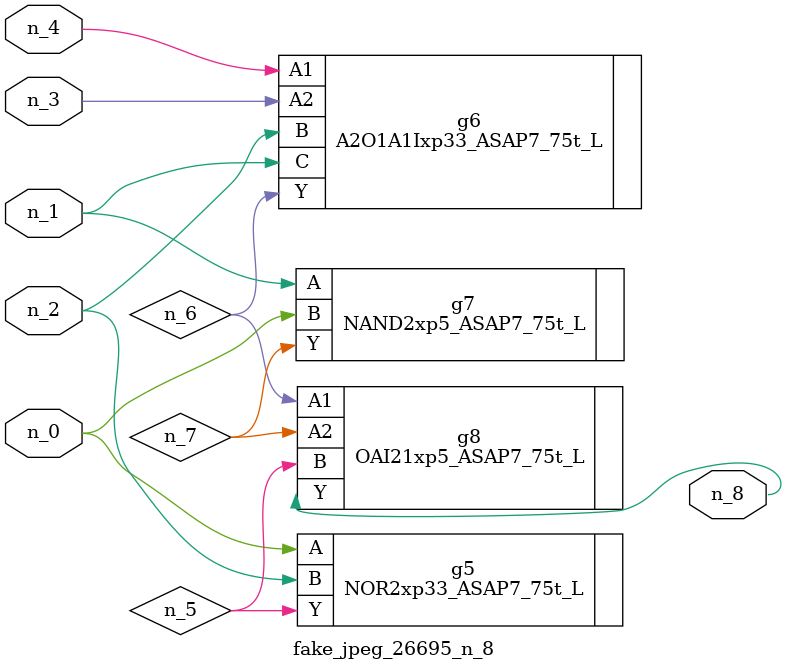
<source format=v>
module fake_jpeg_26695_n_8 (n_3, n_2, n_1, n_0, n_4, n_8);

input n_3;
input n_2;
input n_1;
input n_0;
input n_4;

output n_8;

wire n_6;
wire n_5;
wire n_7;

NOR2xp33_ASAP7_75t_L g5 ( 
.A(n_0),
.B(n_2),
.Y(n_5)
);

A2O1A1Ixp33_ASAP7_75t_L g6 ( 
.A1(n_4),
.A2(n_3),
.B(n_2),
.C(n_1),
.Y(n_6)
);

NAND2xp5_ASAP7_75t_L g7 ( 
.A(n_1),
.B(n_0),
.Y(n_7)
);

OAI21xp5_ASAP7_75t_L g8 ( 
.A1(n_6),
.A2(n_7),
.B(n_5),
.Y(n_8)
);


endmodule
</source>
